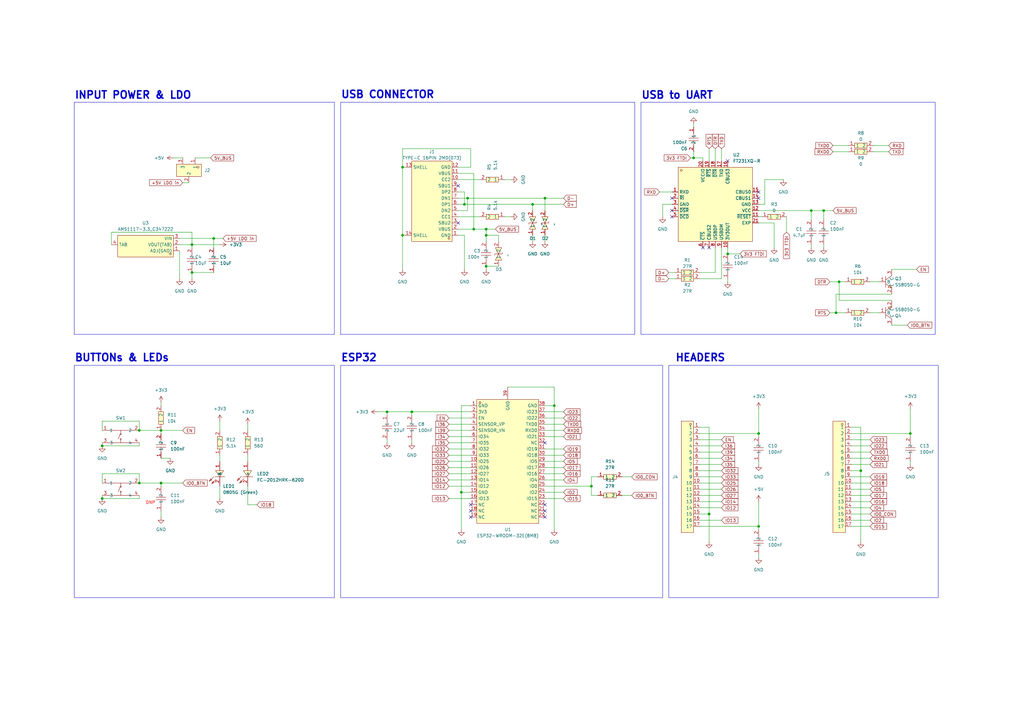
<source format=kicad_sch>
(kicad_sch (version 20230121) (generator eeschema)
  (paper "A3")
  (title_block (title "ESP32 V1.1") (date "2024-10-01") (rev "2") (company "SHElectronic") (comment 2 "By Sherwin Sattar") (comment 4 "ESP32 V1.1 sch"))
  (lib_symbols
    (symbol "easyeda2kicad:0402WGF0000TCE"
      (property "Reference" "R" (at 0 5.08 0))
      (property "Value" "0402WGF0000TCE" (at 0 -5.08 0))
      (symbol "0402WGF0000TCE_0_1"
        (pin input line (at -5.08 0 0) (length 2.54) (name "1") (number "1"))
        (pin input line (at 5.08 0 180) (length 2.54) (name "2") (number "2"))
      )
    )
    (symbol "easyeda2kicad:0402WGF1002TCE"
      (property "Reference" "R" (at 0 5.08 0))
      (property "Value" "0402WGF1002TCE" (at 0 -5.08 0))
      (symbol "0402WGF1002TCE_0_1"
        (pin input line (at -5.08 0 0) (length 2.54) (name "1") (number "1"))
        (pin input line (at 5.08 0 180) (length 2.54) (name "2") (number "2"))
      )
    )
    (symbol "easyeda2kicad:0402WGF5101TCE"
      (property "Reference" "R" (at 0 5.08 0))
      (property "Value" "0402WGF5101TCE" (at 0 -5.08 0))
      (symbol "0402WGF5101TCE_0_1"
        (pin input line (at -5.08 0 0) (length 2.54) (name "1") (number "1"))
        (pin input line (at 5.08 0 180) (length 2.54) (name "2") (number "2"))
      )
    )
    (symbol "easyeda2kicad:0402WGF5600TCE"
      (property "Reference" "R" (at 0 5.08 0))
      (property "Value" "0402WGF5600TCE" (at 0 -5.08 0))
      (symbol "0402WGF5600TCE_0_1"
        (pin input line (at -5.08 0 0) (length 2.54) (name "1") (number "1"))
        (pin input line (at 5.08 0 180) (length 2.54) (name "2") (number "2"))
      )
    )
    (symbol "easyeda2kicad:0805G(Green)"
      (property "Reference" "LED" (at 0 5.08 0))
      (property "Value" "0805G (Green)" (at 0 -5.08 0))
      (symbol "0805G(Green)_0_1"
        (pin unspecified line (at 5.08 0 180) (length 3.81) (name "A") (number "1"))
        (pin unspecified line (at -5.08 0 0) (length 3.81) (name "K") (number "2"))
      )
    )
    (symbol "easyeda2kicad:AMS1117-3.3_C347222"
      (property "Reference" "U" (at 0 7.62 0))
      (property "Value" "AMS1117-3.3_C347222" (at 0 -7.62 0))
      (symbol "AMS1117-3.3_C347222_0_1"
        (pin unspecified line (at -15.24 2.54 0) (length 2.54) (name "ADJ(GND)") (number "1"))
        (pin unspecified line (at -15.24 0 0) (length 2.54) (name "VOUT(TAB)") (number "2"))
        (pin unspecified line (at -15.24 -2.54 0) (length 2.54) (name "VIN") (number "3"))
        (pin unspecified line (at 12.7 0 180) (length 2.54) (name "TAB") (number "4"))
      )
    )
    (symbol "easyeda2kicad:CL05A106MP5NUNC_C315248"
      (property "Reference" "C" (at 0 5.08 0))
      (property "Value" "CL05A106MP5NUNC_C315248" (at 0 -5.08 0))
      (symbol "CL05A106MP5NUNC_C315248_0_1"
        (pin unspecified line (at -5.08 0 0) (length 2.54) (name "1") (number "1"))
        (pin unspecified line (at 5.08 0 180) (length 2.54) (name "2") (number "2"))
      )
    )
    (symbol "easyeda2kicad:CL05A475KP5NRNC"
      (property "Reference" "C" (at 0 10.16 0))
      (property "Value" "CL05A475KP5NRNC" (at 0 -10.16 0))
      (symbol "CL05A475KP5NRNC_0_1"
        (pin unspecified line (at 0 -5.08 90) (length 2.54) (name "1") (number "1"))
        (pin unspecified line (at 0 5.08 270) (length 2.54) (name "2") (number "2"))
      )
    )
    (symbol "easyeda2kicad:CL05B104KO5NNNC"
      (property "Reference" "C" (at 0 5.08 0))
      (property "Value" "CL05B104KO5NNNC" (at 0 -5.08 0))
      (symbol "CL05B104KO5NNNC_0_1"
        (pin unspecified line (at -5.08 0 0) (length 2.54) (name "1") (number "1"))
        (pin unspecified line (at 5.08 0 180) (length 2.54) (name "2") (number "2"))
      )
    )
    (symbol "easyeda2kicad:CL21A226MAYNNNE"
      (property "Reference" "C" (at 0 5.08 0))
      (property "Value" "CL21A226MAYNNNE" (at 0 -5.08 0))
      (symbol "CL21A226MAYNNNE_0_1"
        (pin unspecified line (at -5.08 0 0) (length 2.54) (name "1") (number "1"))
        (pin unspecified line (at 5.08 0 180) (length 2.54) (name "2") (number "2"))
      )
    )
    (symbol "easyeda2kicad:ESP32-WROOM-32E(8MB)"
      (property "Reference" "U" (at 0 38.1 0))
      (property "Value" "ESP32-WROOM-32E(8MB)" (at 0 -25.4 0))
      (symbol "ESP32-WROOM-32E(8MB)_0_1"
        (pin unspecified line (at -15.24 25.4 0) (length 2.54) (name "GND") (number "1"))
        (pin unspecified line (at -15.24 2.54 0) (length 2.54) (name "IO25") (number "10"))
        (pin unspecified line (at -15.24 0 0) (length 2.54) (name "IO26") (number "11"))
        (pin unspecified line (at -15.24 -2.54 0) (length 2.54) (name "IO27") (number "12"))
        (pin unspecified line (at -15.24 -5.08 0) (length 2.54) (name "IO14") (number "13"))
        (pin unspecified line (at -15.24 -7.62 0) (length 2.54) (name "IO12") (number "14"))
        (pin unspecified line (at -15.24 -10.16 0) (length 2.54) (name "GND") (number "15"))
        (pin unspecified line (at -15.24 -12.7 0) (length 2.54) (name "IO13") (number "16"))
        (pin unspecified line (at -15.24 -15.24 0) (length 2.54) (name "NC") (number "17"))
        (pin unspecified line (at -15.24 -17.78 0) (length 2.54) (name "NC") (number "18"))
        (pin unspecified line (at -15.24 -20.32 0) (length 2.54) (name "NC") (number "19"))
        (pin unspecified line (at -15.24 22.86 0) (length 2.54) (name "3V3") (number "2"))
        (pin unspecified line (at 15.24 -20.32 180) (length 2.54) (name "NC") (number "20"))
        (pin unspecified line (at 15.24 -17.78 180) (length 2.54) (name "NC") (number "21"))
        (pin unspecified line (at 15.24 -15.24 180) (length 2.54) (name "NC") (number "22"))
        (pin unspecified line (at 15.24 -12.7 180) (length 2.54) (name "IO15") (number "23"))
        (pin unspecified line (at 15.24 -10.16 180) (length 2.54) (name "IO2") (number "24"))
        (pin unspecified line (at 15.24 -7.62 180) (length 2.54) (name "IO0") (number "25"))
        (pin unspecified line (at 15.24 -5.08 180) (length 2.54) (name "IO4") (number "26"))
        (pin unspecified line (at 15.24 -2.54 180) (length 2.54) (name "IO16") (number "27"))
        (pin unspecified line (at 15.24 0 180) (length 2.54) (name "IO17") (number "28"))
        (pin unspecified line (at 15.24 2.54 180) (length 2.54) (name "IO5") (number "29"))
        (pin unspecified line (at -15.24 20.32 0) (length 2.54) (name "EN") (number "3"))
        (pin unspecified line (at 15.24 5.08 180) (length 2.54) (name "IO18") (number "30"))
        (pin unspecified line (at 15.24 7.62 180) (length 2.54) (name "IO19") (number "31"))
        (pin unspecified line (at 15.24 10.16 180) (length 2.54) (name "NC") (number "32"))
        (pin unspecified line (at 15.24 12.7 180) (length 2.54) (name "IO21") (number "33"))
        (pin unspecified line (at 15.24 15.24 180) (length 2.54) (name "RXD0") (number "34"))
        (pin unspecified line (at 15.24 17.78 180) (length 2.54) (name "TXD0") (number "35"))
        (pin unspecified line (at 15.24 20.32 180) (length 2.54) (name "IO22") (number "36"))
        (pin unspecified line (at 15.24 22.86 180) (length 2.54) (name "IO23") (number "37"))
        (pin unspecified line (at 15.24 25.4 180) (length 2.54) (name "GND") (number "38"))
        (pin unspecified line (at 0 33.02 270) (length 5.08) (name "GND") (number "39"))
        (pin unspecified line (at -15.24 17.78 0) (length 2.54) (name "SENSOR_VP") (number "4"))
        (pin unspecified line (at -15.24 15.24 0) (length 2.54) (name "SENSOR_VN") (number "5"))
        (pin unspecified line (at -15.24 12.7 0) (length 2.54) (name "IO34") (number "6"))
        (pin unspecified line (at -15.24 10.16 0) (length 2.54) (name "IO35") (number "7"))
        (pin unspecified line (at -15.24 7.62 0) (length 2.54) (name "IO32") (number "8"))
        (pin unspecified line (at -15.24 5.08 0) (length 2.54) (name "IO33") (number "9"))
      )
    )
    (symbol "easyeda2kicad:FC-2012HRK-620D"
      (property "Reference" "LED" (at 0 5.08 0))
      (property "Value" "FC-2012HRK-620D" (at 0 -5.08 0))
      (symbol "FC-2012HRK-620D_0_1"
        (pin unspecified line (at 5.08 0 180) (length 3.81) (name "+") (number "1"))
        (pin unspecified line (at -5.08 0 0) (length 3.81) (name "-") (number "2"))
      )
    )
    (symbol "easyeda2kicad:FT231XQ-R"
      (property "Reference" "U" (at 0 22.86 0))
      (property "Value" "FT231XQ-R" (at 0 -22.86 0))
      (symbol "FT231XQ-R_0_1"
        (pin unspecified line (at -17.78 5.08 0) (length 2.54) (name "RXD") (number "1"))
        (pin unspecified line (at 5.08 -17.78 90) (length 2.54) (name "3V3OUT") (number "10"))
        (pin unspecified line (at 17.78 -5.08 180) (length 2.54) (name "~{RESET}") (number "11"))
        (pin unspecified line (at 17.78 -2.54 180) (length 2.54) (name "VCC") (number "12"))
        (pin unspecified line (at 17.78 0 180) (length 2.54) (name "GND") (number "13"))
        (pin unspecified line (at 17.78 2.54 180) (length 2.54) (name "CBUS1") (number "14"))
        (pin unspecified line (at 17.78 5.08 180) (length 2.54) (name "CBUS0") (number "15"))
        (pin unspecified line (at 5.08 17.78 270) (length 2.54) (name "CBUS3") (number "16"))
        (pin unspecified line (at 2.54 17.78 270) (length 2.54) (name "TXD") (number "17"))
        (pin unspecified line (at 0 17.78 270) (length 2.54) (name "~{DTR}") (number "18"))
        (pin unspecified line (at -2.54 17.78 270) (length 2.54) (name "~{RTS}") (number "19"))
        (pin unspecified line (at -17.78 2.54 0) (length 2.54) (name "~{RI}") (number "2"))
        (pin unspecified line (at -5.08 17.78 270) (length 2.54) (name "VCCIO") (number "20"))
        (pin unspecified line (at 17.78 -7.62 180) (length 2.54) (name "EXP") (number "21"))
        (pin unspecified line (at -17.78 0 0) (length 2.54) (name "GND") (number "3"))
        (pin unspecified line (at -17.78 -2.54 0) (length 2.54) (name "~{DSR}") (number "4"))
        (pin unspecified line (at -17.78 -5.08 0) (length 2.54) (name "~{DCD}") (number "5"))
        (pin unspecified line (at -5.08 -17.78 90) (length 2.54) (name "~{CTS}") (number "6"))
        (pin unspecified line (at -2.54 -17.78 90) (length 2.54) (name "CBUS2") (number "7"))
        (pin unspecified line (at 0 -17.78 90) (length 2.54) (name "USBDP") (number "8"))
        (pin unspecified line (at 2.54 -17.78 90) (length 2.54) (name "USBDM") (number "9"))
      )
    )
    (symbol "easyeda2kicad:LESD5D5.0CT1G"
      (property "Reference" "D" (at 0 5.08 0))
      (property "Value" "LESD5D5.0CT1G" (at 0 -5.08 0))
      (symbol "LESD5D5.0CT1G_0_1"
        (pin unspecified line (at -5.08 0 0) (length 2.54) (name "1") (number "1"))
        (pin unspecified line (at 5.08 0 180) (length 2.54) (name "2") (number "2"))
      )
    )
    (symbol "easyeda2kicad:PTS645SH50SMTR92LFS"
      (property "Reference" "SW" (at 0 7.62 0))
      (property "Value" "PTS645SH50SMTR92LFS" (at 0 -7.62 0))
      (symbol "PTS645SH50SMTR92LFS_0_1"
        (pin unspecified line (at -7.62 2.54 0) (length 2.54) (name "1") (number "1"))
        (pin unspecified line (at 7.62 2.54 180) (length 2.54) (name "2") (number "2"))
        (pin unspecified line (at -7.62 -2.54 0) (length 2.54) (name "3") (number "3"))
        (pin unspecified line (at 7.62 -2.54 180) (length 2.54) (name "4") (number "4"))
      )
    )
    (symbol "easyeda2kicad:RC0402FR-0727RL"
      (property "Reference" "R" (at 0 5.08 0))
      (property "Value" "RC0402FR-0727RL" (at 0 -5.08 0))
      (symbol "RC0402FR-0727RL_0_1"
        (pin input line (at -5.08 0 0) (length 2.54) (name "1") (number "1"))
        (pin input line (at 5.08 0 180) (length 2.54) (name "2") (number "2"))
      )
    )
    (symbol "easyeda2kicad:SS8050-G"
      (property "Reference" "Q" (at 0 10.16 0))
      (property "Value" "SS8050-G" (at 0 -10.16 0))
      (symbol "SS8050-G_0_1"
        (pin input line (at -2.54 0 0) (length 2.54) (name "B") (number "1"))
        (pin input line (at 2.54 -5.08 90) (length 2.54) (name "E") (number "2"))
        (pin input line (at 2.54 5.08 270) (length 2.54) (name "C") (number "3"))
      )
    )
    (symbol "easyeda2kicad:TYPE-C16PIN2MD(073)"
      (property "Reference" "USB" (at 0 19.05 0))
      (property "Value" "TYPE-C 16PIN 2MD(073)" (at 0 -19.05 0))
      (symbol "TYPE-C16PIN2MD(073)_0_1"
        (pin unspecified line (at -11.43 13.97 0) (length 2.54) (name "GND") (number "1"))
        (pin unspecified line (at -11.43 -8.89 0) (length 2.54) (name "CC2") (number "10"))
        (pin unspecified line (at -11.43 -11.43 0) (length 2.54) (name "VBUS") (number "11"))
        (pin unspecified line (at -11.43 -13.97 0) (length 2.54) (name "GND") (number "12"))
        (pin unspecified line (at 10.16 -13.97 180) (length 2.54) (name "SHELL") (number "13"))
        (pin unspecified line (at 10.16 13.97 180) (length 2.54) (name "SHELL") (number "14"))
        (pin unspecified line (at -11.43 11.43 0) (length 2.54) (name "VBUS") (number "2"))
        (pin unspecified line (at -11.43 8.89 0) (length 2.54) (name "SBU2") (number "3"))
        (pin unspecified line (at -11.43 6.35 0) (length 2.54) (name "CC1") (number "4"))
        (pin unspecified line (at -11.43 3.81 0) (length 2.54) (name "DN2") (number "5"))
        (pin unspecified line (at -11.43 1.27 0) (length 2.54) (name "DP1") (number "6"))
        (pin unspecified line (at -11.43 -1.27 0) (length 2.54) (name "DN1") (number "7"))
        (pin unspecified line (at -11.43 -3.81 0) (length 2.54) (name "DP2") (number "8"))
        (pin unspecified line (at -11.43 -6.35 0) (length 2.54) (name "SBU1") (number "9"))
      )
    )
    (symbol "easyeda2kicad:X1311WVS-03J-C40D42R2"
      (property "Reference" "H" (at 0 7.62 0))
      (property "Value" "X1311WVS-03J-C40D42R2" (at 0 -7.62 0))
      (symbol "X1311WVS-03J-C40D42R2_0_1"
        (pin unspecified line (at -5.08 2.54 0) (length 2.54) (name "1") (number "1"))
        (pin unspecified line (at 5.08 0 180) (length 2.54) (name "2") (number "2"))
        (pin unspecified line (at -5.08 -2.54 0) (length 2.54) (name "3") (number "3"))
      )
    )
    (symbol "easyeda2kicad:X6511WV-17H-C30D60"
      (property "Reference" "H" (at 0 25.4 0))
      (property "Value" "X6511WV-17H-C30D60" (at 0 -25.4 0))
      (symbol "X6511WV-17H-C30D60_0_1"
        (pin unspecified line (at -5.08 20.32 0) (length 2.54) (name "1") (number "1"))
        (pin unspecified line (at -5.08 -2.54 0) (length 2.54) (name "10") (number "10"))
        (pin unspecified line (at -5.08 -5.08 0) (length 2.54) (name "11") (number "11"))
        (pin unspecified line (at -5.08 -7.62 0) (length 2.54) (name "12") (number "12"))
        (pin unspecified line (at -5.08 -10.16 0) (length 2.54) (name "13") (number "13"))
        (pin unspecified line (at -5.08 -12.7 0) (length 2.54) (name "14") (number "14"))
        (pin unspecified line (at -5.08 -15.24 0) (length 2.54) (name "15") (number "15"))
        (pin unspecified line (at -5.08 -17.78 0) (length 2.54) (name "16") (number "16"))
        (pin unspecified line (at -5.08 -20.32 0) (length 2.54) (name "17") (number "17"))
        (pin unspecified line (at -5.08 17.78 0) (length 2.54) (name "2") (number "2"))
        (pin unspecified line (at -5.08 15.24 0) (length 2.54) (name "3") (number "3"))
        (pin unspecified line (at -5.08 12.7 0) (length 2.54) (name "4") (number "4"))
        (pin unspecified line (at -5.08 10.16 0) (length 2.54) (name "5") (number "5"))
        (pin unspecified line (at -5.08 7.62 0) (length 2.54) (name "6") (number "6"))
        (pin unspecified line (at -5.08 5.08 0) (length 2.54) (name "7") (number "7"))
        (pin unspecified line (at -5.08 2.54 0) (length 2.54) (name "8") (number "8"))
        (pin unspecified line (at -5.08 0 0) (length 2.54) (name "9") (number "9"))
      )
    )
    (symbol "power:+3V3" (power) (pin_names (offset 0))
      (property "Value" "+3V3" (at 0 3.556 0))
      (symbol "+3V3_1_1"
        (pin power_in line (at 0 0 90) (length 0) hide (name "+3V3") (number "1"))
      )
    )
    (symbol "power:+5V" (power) (pin_names (offset 0))
      (property "Value" "+5V" (at 0 3.556 0))
      (symbol "+5V_1_1"
        (pin power_in line (at 0 0 90) (length 0) hide (name "+5V") (number "1"))
      )
    )
    (symbol "power:GND" (power) (pin_names (offset 0))
      (property "Value" "GND" (at 0 -3.81 0))
      (symbol "GND_1_1"
        (pin power_in line (at 0 0 270) (length 0) hide (name "GND") (number "1"))
      )
    )
  )
  (junction (at 223.52 81.28))
  (junction (at 373.38 177.8))
  (junction (at 41.91 182.88))
  (junction (at 158.75 168.91))
  (junction (at 199.39 96.52))
  (junction (at 199.39 93.98))
  (junction (at 194.31 93.98))
  (junction (at 311.15 177.8))
  (junction (at 332.74 86.36))
  (junction (at 57.15 176.53))
  (junction (at 199.39 109.22))
  (junction (at 66.04 198.12))
  (junction (at 298.45 104.14))
  (junction (at 41.91 204.47))
  (junction (at 87.63 97.79))
  (junction (at 227.33 166.37))
  (junction (at 191.77 81.28))
  (junction (at 57.15 198.12))
  (junction (at 190.5 83.82))
  (junction (at 78.74 111.76))
  (junction (at 242.57 199.39))
  (junction (at 311.15 215.9))
  (junction (at 353.06 193.04))
  (junction (at 189.23 201.93))
  (junction (at 337.82 86.36))
  (junction (at 284.48 64.77))
  (junction (at 165.1 68.58))
  (junction (at 66.04 176.53))
  (junction (at 168.91 168.91))
  (junction (at 290.83 210.82))
  (junction (at 78.74 100.33))
  (junction (at 165.1 96.52))
  (junction (at 342.9 128.27))
  (junction (at 344.17 115.57))
  (junction (at 218.44 83.82))
  (no_connect (at 275.59 88.9))
  (no_connect (at 187.96 76.2))
  (no_connect (at 223.52 207.01))
  (no_connect (at 311.15 81.28))
  (no_connect (at 187.96 91.44))
  (no_connect (at 193.04 209.55))
  (no_connect (at 223.52 212.09))
  (no_connect (at 193.04 212.09))
  (no_connect (at 290.83 101.6))
  (no_connect (at 223.52 181.61))
  (no_connect (at 193.04 207.01))
  (no_connect (at 298.45 66.04))
  (no_connect (at 288.29 101.6))
  (no_connect (at 275.59 81.28))
  (no_connect (at 311.15 78.74))
  (no_connect (at 275.59 86.36))
  (no_connect (at 223.52 209.55))
  (wire (pts (xy 287.02 210.82) (xy 290.83 210.82)))
  (wire (pts (xy 287.02 193.04) (xy 295.91 193.04)))
  (wire (pts (xy 349.25 190.5) (xy 356.87 190.5)))
  (wire (pts (xy 242.57 199.39) (xy 242.57 195.58)))
  (wire (pts (xy 365.76 110.49) (xy 375.92 110.49)))
  (wire (pts (xy 349.25 195.58) (xy 356.87 195.58)))
  (wire (pts (xy 287.02 187.96) (xy 295.91 187.96)))
  (wire (pts (xy 283.21 64.77) (xy 284.48 64.77)))
  (wire (pts (xy 290.83 175.26) (xy 290.83 210.82)))
  (wire (pts (xy 165.1 68.58) (xy 165.1 96.52)))
  (wire (pts (xy 184.15 184.15) (xy 193.04 184.15)))
  (wire (pts (xy 311.15 189.23) (xy 311.15 190.5)))
  (wire (pts (xy 223.52 176.53) (xy 231.14 176.53)))
  (wire (pts (xy 349.25 215.9) (xy 356.87 215.9)))
  (wire (pts (xy 190.5 78.74) (xy 190.5 83.82)))
  (wire (pts (xy 168.91 168.91) (xy 158.75 168.91)))
  (wire (pts (xy 191.77 81.28) (xy 223.52 81.28)))
  (wire (pts (xy 41.91 176.53) (xy 41.91 172.72)))
  (wire (pts (xy 356.87 128.27) (xy 360.68 128.27)))
  (wire (pts (xy 274.32 111.76) (xy 276.86 111.76)))
  (wire (pts (xy 295.91 101.6) (xy 295.91 114.3)))
  (wire (pts (xy 287.02 190.5) (xy 295.91 190.5)))
  (wire (pts (xy 78.74 100.33) (xy 90.17 100.33)))
  (wire (pts (xy 57.15 181.61) (xy 57.15 182.88)))
  (wire (pts (xy 168.91 180.34) (xy 168.91 181.61)))
  (wire (pts (xy 349.25 185.42) (xy 356.87 185.42)))
  (wire (pts (xy 154.94 168.91) (xy 158.75 168.91)))
  (wire (pts (xy 87.63 97.79) (xy 91.44 97.79)))
  (wire (pts (xy 284.48 62.23) (xy 284.48 64.77)))
  (wire (pts (xy 41.91 194.31) (xy 57.15 194.31)))
  (wire (pts (xy 270.51 78.74) (xy 275.59 78.74)))
  (wire (pts (xy 227.33 158.75) (xy 227.33 166.37)))
  (wire (pts (xy 199.39 96.52) (xy 204.47 96.52)))
  (wire (pts (xy 41.91 181.61) (xy 41.91 182.88)))
  (wire (pts (xy 373.38 167.64) (xy 373.38 177.8)))
  (wire (pts (xy 271.78 83.82) (xy 271.78 88.9)))
  (wire (pts (xy 332.74 86.36) (xy 337.82 86.36)))
  (wire (pts (xy 311.15 86.36) (xy 332.74 86.36)))
  (wire (pts (xy 190.5 96.52) (xy 187.96 96.52)))
  (wire (pts (xy 274.32 114.3) (xy 276.86 114.3)))
  (wire (pts (xy 80.01 64.77) (xy 86.36 64.77)))
  (wire (pts (xy 187.96 86.36) (xy 191.77 86.36)))
  (wire (pts (xy 184.15 179.07) (xy 193.04 179.07)))
  (wire (pts (xy 321.31 73.66) (xy 313.69 73.66)))
  (wire (pts (xy 66.04 165.1) (xy 66.04 166.37)))
  (wire (pts (xy 349.25 182.88) (xy 356.87 182.88)))
  (wire (pts (xy 290.83 60.96) (xy 290.83 66.04)))
  (wire (pts (xy 223.52 81.28) (xy 231.14 81.28)))
  (wire (pts (xy 295.91 60.96) (xy 295.91 66.04)))
  (wire (pts (xy 349.25 205.74) (xy 356.87 205.74)))
  (wire (pts (xy 193.04 166.37) (xy 189.23 166.37)))
  (wire (pts (xy 317.5 101.6) (xy 317.5 91.44)))
  (wire (pts (xy 189.23 201.93) (xy 189.23 217.17)))
  (wire (pts (xy 199.39 96.52) (xy 199.39 99.06)))
  (wire (pts (xy 349.25 198.12) (xy 356.87 198.12)))
  (wire (pts (xy 101.6 173.99) (xy 101.6 176.53)))
  (wire (pts (xy 287.02 180.34) (xy 295.91 180.34)))
  (wire (pts (xy 73.66 102.87) (xy 73.66 114.3)))
  (wire (pts (xy 293.37 60.96) (xy 293.37 66.04)))
  (wire (pts (xy 223.52 204.47) (xy 231.14 204.47)))
  (wire (pts (xy 78.74 111.76) (xy 87.63 111.76)))
  (wire (pts (xy 223.52 173.99) (xy 231.14 173.99)))
  (wire (pts (xy 187.96 83.82) (xy 190.5 83.82)))
  (wire (pts (xy 57.15 182.88) (xy 41.91 182.88)))
  (wire (pts (xy 66.04 187.96) (xy 69.85 187.96)))
  (wire (pts (xy 66.04 198.12) (xy 74.93 198.12)))
  (wire (pts (xy 356.87 115.57) (xy 360.68 115.57)))
  (wire (pts (xy 223.52 168.91) (xy 231.14 168.91)))
  (wire (pts (xy 353.06 193.04) (xy 353.06 222.25)))
  (wire (pts (xy 223.52 196.85) (xy 231.14 196.85)))
  (wire (pts (xy 187.96 93.98) (xy 194.31 93.98)))
  (wire (pts (xy 365.76 133.35) (xy 372.11 133.35)))
  (wire (pts (xy 184.15 204.47) (xy 193.04 204.47)))
  (wire (pts (xy 189.23 166.37) (xy 189.23 201.93)))
  (wire (pts (xy 57.15 176.53) (xy 66.04 176.53)))
  (wire (pts (xy 358.14 59.69) (xy 364.49 59.69)))
  (wire (pts (xy 223.52 191.77) (xy 231.14 191.77)))
  (wire (pts (xy 165.1 60.96) (xy 165.1 68.58)))
  (wire (pts (xy 57.15 194.31) (xy 57.15 198.12)))
  (wire (pts (xy 337.82 100.33) (xy 337.82 101.6)))
  (wire (pts (xy 166.37 68.58) (xy 165.1 68.58)))
  (wire (pts (xy 190.5 83.82) (xy 218.44 83.82)))
  (wire (pts (xy 187.96 78.74) (xy 190.5 78.74)))
  (wire (pts (xy 349.25 200.66) (xy 356.87 200.66)))
  (wire (pts (xy 337.82 86.36) (xy 337.82 90.17)))
  (wire (pts (xy 287.02 200.66) (xy 295.91 200.66)))
  (wire (pts (xy 199.39 93.98) (xy 203.2 93.98)))
  (wire (pts (xy 284.48 64.77) (xy 288.29 64.77)))
  (wire (pts (xy 311.15 205.74) (xy 311.15 215.9)))
  (wire (pts (xy 87.63 97.79) (xy 87.63 101.6)))
  (wire (pts (xy 341.63 59.69) (xy 347.98 59.69)))
  (wire (pts (xy 298.45 104.14) (xy 303.53 104.14)))
  (wire (pts (xy 184.15 196.85) (xy 193.04 196.85)))
  (wire (pts (xy 184.15 176.53) (xy 193.04 176.53)))
  (wire (pts (xy 255.27 195.58) (xy 259.08 195.58)))
  (wire (pts (xy 90.17 172.72) (xy 90.17 176.53)))
  (wire (pts (xy 293.37 101.6) (xy 293.37 111.76)))
  (wire (pts (xy 57.15 203.2) (xy 57.15 204.47)))
  (wire (pts (xy 193.04 168.91) (xy 168.91 168.91)))
  (wire (pts (xy 365.76 123.19) (xy 344.17 123.19)))
  (wire (pts (xy 287.02 208.28) (xy 295.91 208.28)))
  (wire (pts (xy 223.52 199.39) (xy 242.57 199.39)))
  (wire (pts (xy 287.02 195.58) (xy 295.91 195.58)))
  (wire (pts (xy 349.25 213.36) (xy 356.87 213.36)))
  (wire (pts (xy 287.02 182.88) (xy 295.91 182.88)))
  (wire (pts (xy 311.15 167.64) (xy 311.15 177.8)))
  (wire (pts (xy 332.74 86.36) (xy 332.74 90.17)))
  (wire (pts (xy 41.91 203.2) (xy 41.91 204.47)))
  (wire (pts (xy 218.44 86.36) (xy 218.44 83.82)))
  (wire (pts (xy 311.15 177.8) (xy 311.15 179.07)))
  (wire (pts (xy 349.25 180.34) (xy 356.87 180.34)))
  (wire (pts (xy 287.02 203.2) (xy 295.91 203.2)))
  (wire (pts (xy 287.02 198.12) (xy 295.91 198.12)))
  (wire (pts (xy 223.52 96.52) (xy 223.52 99.06)))
  (wire (pts (xy 66.04 176.53) (xy 74.93 176.53)))
  (wire (pts (xy 189.23 201.93) (xy 193.04 201.93)))
  (wire (pts (xy 74.93 74.93) (xy 77.47 74.93)))
  (wire (pts (xy 223.52 179.07) (xy 231.14 179.07)))
  (wire (pts (xy 187.96 73.66) (xy 196.85 73.66)))
  (wire (pts (xy 349.25 187.96) (xy 356.87 187.96)))
  (wire (pts (xy 71.12 64.77) (xy 74.93 64.77)))
  (wire (pts (xy 101.6 199.39) (xy 101.6 207.01)))
  (wire (pts (xy 223.52 171.45) (xy 231.14 171.45)))
  (wire (pts (xy 184.15 186.69) (xy 193.04 186.69)))
  (wire (pts (xy 190.5 110.49) (xy 190.5 96.52)))
  (wire (pts (xy 187.96 68.58) (xy 193.04 68.58)))
  (wire (pts (xy 90.17 199.39) (xy 90.17 204.47)))
  (wire (pts (xy 287.02 175.26) (xy 290.83 175.26)))
  (wire (pts (xy 223.52 194.31) (xy 231.14 194.31)))
  (wire (pts (xy 287.02 205.74) (xy 295.91 205.74)))
  (wire (pts (xy 358.14 62.23) (xy 364.49 62.23)))
  (wire (pts (xy 184.15 173.99) (xy 193.04 173.99)))
  (wire (pts (xy 344.17 115.57) (xy 346.71 115.57)))
  (wire (pts (xy 340.36 128.27) (xy 342.9 128.27)))
  (wire (pts (xy 194.31 71.12) (xy 194.31 93.98)))
  (wire (pts (xy 271.78 83.82) (xy 275.59 83.82)))
  (wire (pts (xy 57.15 198.12) (xy 66.04 198.12)))
  (wire (pts (xy 66.04 212.09) (xy 66.04 209.55)))
  (wire (pts (xy 287.02 177.8) (xy 311.15 177.8)))
  (wire (pts (xy 187.96 71.12) (xy 194.31 71.12)))
  (wire (pts (xy 208.28 158.75) (xy 227.33 158.75)))
  (wire (pts (xy 298.45 101.6) (xy 298.45 104.14)))
  (wire (pts (xy 223.52 86.36) (xy 223.52 81.28)))
  (wire (pts (xy 66.04 198.12) (xy 66.04 199.39)))
  (wire (pts (xy 184.15 199.39) (xy 193.04 199.39)))
  (wire (pts (xy 207.01 73.66) (xy 209.55 73.66)))
  (wire (pts (xy 223.52 189.23) (xy 231.14 189.23)))
  (wire (pts (xy 166.37 96.52) (xy 165.1 96.52)))
  (wire (pts (xy 57.15 204.47) (xy 41.91 204.47)))
  (wire (pts (xy 287.02 213.36) (xy 295.91 213.36)))
  (wire (pts (xy 218.44 96.52) (xy 218.44 99.06)))
  (wire (pts (xy 287.02 185.42) (xy 295.91 185.42)))
  (wire (pts (xy 223.52 201.93) (xy 231.14 201.93)))
  (wire (pts (xy 227.33 166.37) (xy 227.33 217.17)))
  (wire (pts (xy 158.75 168.91) (xy 158.75 170.18)))
  (wire (pts (xy 341.63 62.23) (xy 347.98 62.23)))
  (wire (pts (xy 78.74 95.25) (xy 78.74 100.33)))
  (wire (pts (xy 344.17 123.19) (xy 344.17 115.57)))
  (wire (pts (xy 349.25 193.04) (xy 353.06 193.04)))
  (wire (pts (xy 73.66 97.79) (xy 87.63 97.79)))
  (wire (pts (xy 184.15 189.23) (xy 193.04 189.23)))
  (wire (pts (xy 245.11 203.2) (xy 242.57 203.2)))
  (wire (pts (xy 218.44 83.82) (xy 231.14 83.82)))
  (wire (pts (xy 349.25 177.8) (xy 373.38 177.8)))
  (wire (pts (xy 349.25 203.2) (xy 356.87 203.2)))
  (wire (pts (xy 199.39 93.98) (xy 199.39 96.52)))
  (wire (pts (xy 311.15 215.9) (xy 311.15 217.17)))
  (wire (pts (xy 287.02 215.9) (xy 311.15 215.9)))
  (wire (pts (xy 105.41 207.01) (xy 101.6 207.01)))
  (wire (pts (xy 204.47 96.52) (xy 204.47 99.06)))
  (wire (pts (xy 287.02 114.3) (xy 295.91 114.3)))
  (wire (pts (xy 184.15 171.45) (xy 193.04 171.45)))
  (wire (pts (xy 194.31 93.98) (xy 199.39 93.98)))
  (wire (pts (xy 373.38 189.23) (xy 373.38 190.5)))
  (wire (pts (xy 191.77 86.36) (xy 191.77 81.28)))
  (wire (pts (xy 373.38 177.8) (xy 373.38 179.07)))
  (wire (pts (xy 184.15 181.61) (xy 193.04 181.61)))
  (wire (pts (xy 242.57 195.58) (xy 245.11 195.58)))
  (wire (pts (xy 45.72 100.33) (xy 45.72 95.25)))
  (wire (pts (xy 311.15 227.33) (xy 311.15 228.6)))
  (wire (pts (xy 337.82 86.36) (xy 341.63 86.36)))
  (wire (pts (xy 317.5 91.44) (xy 311.15 91.44)))
  (wire (pts (xy 223.52 186.69) (xy 231.14 186.69)))
  (wire (pts (xy 255.27 203.2) (xy 259.08 203.2)))
  (wire (pts (xy 322.58 95.25) (xy 322.58 88.9)))
  (wire (pts (xy 288.29 64.77) (xy 288.29 66.04)))
  (wire (pts (xy 207.01 88.9) (xy 209.55 88.9)))
  (wire (pts (xy 45.72 95.25) (xy 78.74 95.25)))
  (wire (pts (xy 242.57 203.2) (xy 242.57 199.39)))
  (wire (pts (xy 193.04 60.96) (xy 165.1 60.96)))
  (wire (pts (xy 353.06 175.26) (xy 353.06 193.04)))
  (wire (pts (xy 223.52 166.37) (xy 227.33 166.37)))
  (wire (pts (xy 340.36 115.57) (xy 344.17 115.57)))
  (wire (pts (xy 66.04 176.53) (xy 66.04 177.8)))
  (wire (pts (xy 199.39 109.22) (xy 199.39 110.49)))
  (wire (pts (xy 284.48 52.07) (xy 284.48 50.8)))
  (wire (pts (xy 90.17 186.69) (xy 90.17 189.23)))
  (wire (pts (xy 158.75 180.34) (xy 158.75 181.61)))
  (wire (pts (xy 349.25 208.28) (xy 356.87 208.28)))
  (wire (pts (xy 332.74 100.33) (xy 332.74 101.6)))
  (wire (pts (xy 187.96 88.9) (xy 196.85 88.9)))
  (wire (pts (xy 193.04 68.58) (xy 193.04 60.96)))
  (wire (pts (xy 101.6 186.69) (xy 101.6 189.23)))
  (wire (pts (xy 349.25 210.82) (xy 356.87 210.82)))
  (wire (pts (xy 41.91 198.12) (xy 41.91 194.31)))
  (wire (pts (xy 41.91 172.72) (xy 57.15 172.72)))
  (wire (pts (xy 342.9 128.27) (xy 346.71 128.27)))
  (wire (pts (xy 349.25 175.26) (xy 353.06 175.26)))
  (wire (pts (xy 184.15 194.31) (xy 193.04 194.31)))
  (wire (pts (xy 187.96 81.28) (xy 191.77 81.28)))
  (wire (pts (xy 313.69 83.82) (xy 311.15 83.82)))
  (wire (pts (xy 78.74 100.33) (xy 78.74 101.6)))
  (wire (pts (xy 298.45 114.3) (xy 298.45 115.57)))
  (wire (pts (xy 168.91 168.91) (xy 168.91 170.18)))
  (wire (pts (xy 342.9 120.65) (xy 342.9 128.27)))
  (wire (pts (xy 311.15 88.9) (xy 312.42 88.9)))
  (wire (pts (xy 57.15 172.72) (xy 57.15 176.53)))
  (wire (pts (xy 73.66 100.33) (xy 78.74 100.33)))
  (wire (pts (xy 290.83 210.82) (xy 290.83 222.25)))
  (wire (pts (xy 199.39 109.22) (xy 204.47 109.22)))
  (wire (pts (xy 184.15 191.77) (xy 193.04 191.77)))
  (wire (pts (xy 365.76 120.65) (xy 342.9 120.65)))
  (wire (pts (xy 313.69 73.66) (xy 313.69 83.82)))
  (wire (pts (xy 165.1 96.52) (xy 165.1 110.49)))
  (wire (pts (xy 78.74 111.76) (xy 78.74 114.3)))
  (wire (pts (xy 223.52 184.15) (xy 231.14 184.15)))
  (wire (pts (xy 287.02 111.76) (xy 293.37 111.76)))
  (rectangle (start 30.48 41.91) (end 137.16 137.16))
  (rectangle (start 274.32 149.86) (end 384.81 245.11))
  (rectangle (start 139.7 41.91) (end 260.35 137.16))
  (rectangle (start 30.48 149.86) (end 137.16 245.11))
  (rectangle (start 139.7 149.86) (end 271.78 245.11))
  (rectangle (start 262.89 41.91) (end 383.54 137.16))
  (text "USB CONNECTOR\n" (at 139.7 40.64 0) (effects (font (size 3 3) bold) (justify left bottom)))
  (text "BUTTONs & LEDs\n" (at 30.48 148.59 0) (effects (font (size 3 3) bold) (justify left bottom)))
  (text "ESP32" (at 139.7 148.59 0) (effects (font (size 3 3) bold) (justify left bottom)))
  (text "INPUT POWER & LDO\n\n" (at 30.48 45.72 0) (effects (font (size 3 3) bold) (justify left bottom)))
  (text "HEADERS" (at 276.86 148.59 0) (effects (font (size 3 3) bold) (justify left bottom)))
  (text "USB to UART\n\n" (at 262.89 45.72 0) (effects (font (size 3 3) bold) (justify left bottom)))
  (text "DNP" (at 59.69 207.01 0) (effects (font (size 1.27 1.27)) (justify left bottom)))
  (global_label "IO0_CON" (shape input) (at 356.87 210.82 0) (property "Intersheetrefs" "${INTERSHEET_REFS}" (effects hide)))
  (global_label "IO22" (shape input) (at 231.14 171.45 0) (property "Intersheetrefs" "${INTERSHEET_REFS}" (effects hide)))
  (global_label "TXD0" (shape input) (at 356.87 185.42 0) (property "Intersheetrefs" "${INTERSHEET_REFS}" (effects hide)))
  (global_label "3V3 FTDI" (shape input) (at 322.58 95.25 270) (property "Intersheetrefs" "${INTERSHEET_REFS}" (effects hide)))
  (global_label "IO0_BTN" (shape input) (at 372.11 133.35 0) (property "Intersheetrefs" "${INTERSHEET_REFS}" (effects hide)))
  (global_label "IO16" (shape input) (at 356.87 205.74 0) (property "Intersheetrefs" "${INTERSHEET_REFS}" (effects hide)))
  (global_label "IO27" (shape input) (at 295.91 203.2 0) (property "Intersheetrefs" "${INTERSHEET_REFS}" (effects hide)))
  (global_label "IO21" (shape input) (at 356.87 190.5 0) (property "Intersheetrefs" "${INTERSHEET_REFS}" (effects hide)))
  (global_label "IO13" (shape input) (at 295.91 213.36 0) (property "Intersheetrefs" "${INTERSHEET_REFS}" (effects hide)))
  (global_label "IO2" (shape input) (at 356.87 213.36 0) (property "Intersheetrefs" "${INTERSHEET_REFS}" (effects hide)))
  (global_label "EN" (shape input) (at 74.93 176.53 0) (property "Intersheetrefs" "${INTERSHEET_REFS}" (effects hide)))
  (global_label "IO0_BTN" (shape input) (at 74.93 198.12 0) (property "Intersheetrefs" "${INTERSHEET_REFS}" (effects hide)))
  (global_label "RTS" (shape input) (at 290.83 60.96 90) (property "Intersheetrefs" "${INTERSHEET_REFS}" (effects hide)))
  (global_label "IO18" (shape input) (at 105.41 207.01 0) (property "Intersheetrefs" "${INTERSHEET_REFS}" (effects hide)))
  (global_label "I35" (shape input) (at 184.15 181.61 180) (property "Intersheetrefs" "${INTERSHEET_REFS}" (effects hide)))
  (global_label "IO27" (shape input) (at 184.15 194.31 180) (property "Intersheetrefs" "${INTERSHEET_REFS}" (effects hide)))
  (global_label "IO0_CON" (shape input) (at 259.08 195.58 0) (property "Intersheetrefs" "${INTERSHEET_REFS}" (effects hide)))
  (global_label "I39" (shape input) (at 295.91 185.42 0) (property "Intersheetrefs" "${INTERSHEET_REFS}" (effects hide)))
  (global_label "IO12" (shape input) (at 184.15 199.39 180) (property "Intersheetrefs" "${INTERSHEET_REFS}" (effects hide)))
  (global_label "IO0_BTN" (shape input) (at 259.08 203.2 0) (property "Intersheetrefs" "${INTERSHEET_REFS}" (effects hide)))
  (global_label "IO4" (shape input) (at 356.87 208.28 0) (property "Intersheetrefs" "${INTERSHEET_REFS}" (effects hide)))
  (global_label "IO5" (shape input) (at 231.14 189.23 0) (property "Intersheetrefs" "${INTERSHEET_REFS}" (effects hide)))
  (global_label "DTR" (shape input) (at 293.37 60.96 90) (property "Intersheetrefs" "${INTERSHEET_REFS}" (effects hide)))
  (global_label "IO4" (shape input) (at 231.14 196.85 0) (property "Intersheetrefs" "${INTERSHEET_REFS}" (effects hide)))
  (global_label "IO15" (shape input) (at 356.87 215.9 0) (property "Intersheetrefs" "${INTERSHEET_REFS}" (effects hide)))
  (global_label "D-" (shape input) (at 231.14 81.28 0) (property "Intersheetrefs" "${INTERSHEET_REFS}" (effects hide)))
  (global_label "3V3 FTDI" (shape input) (at 283.21 64.77 180) (property "Intersheetrefs" "${INTERSHEET_REFS}" (effects hide)))
  (global_label "EN" (shape input) (at 375.92 110.49 0) (property "Intersheetrefs" "${INTERSHEET_REFS}" (effects hide)))
  (global_label "IO32" (shape input) (at 295.91 193.04 0) (property "Intersheetrefs" "${INTERSHEET_REFS}" (effects hide)))
  (global_label "RTS" (shape input) (at 340.36 128.27 180) (property "Intersheetrefs" "${INTERSHEET_REFS}" (effects hide)))
  (global_label "IO23" (shape input) (at 356.87 180.34 0) (property "Intersheetrefs" "${INTERSHEET_REFS}" (effects hide)))
  (global_label "IO14" (shape input) (at 184.15 196.85 180) (property "Intersheetrefs" "${INTERSHEET_REFS}" (effects hide)))
  (global_label "I39" (shape input) (at 184.15 176.53 180) (property "Intersheetrefs" "${INTERSHEET_REFS}" (effects hide)))
  (global_label "I34" (shape input) (at 184.15 179.07 180) (property "Intersheetrefs" "${INTERSHEET_REFS}" (effects hide)))
  (global_label "I36" (shape input) (at 295.91 182.88 0) (property "Intersheetrefs" "${INTERSHEET_REFS}" (effects hide)))
  (global_label "DTR" (shape input) (at 340.36 115.57 180) (property "Intersheetrefs" "${INTERSHEET_REFS}" (effects hide)))
  (global_label "IO13" (shape input) (at 184.15 204.47 180) (property "Intersheetrefs" "${INTERSHEET_REFS}" (effects hide)))
  (global_label "IO23" (shape input) (at 231.14 168.91 0) (property "Intersheetrefs" "${INTERSHEET_REFS}" (effects hide)))
  (global_label "5V_BUS" (shape input) (at 203.2 93.98 0) (property "Intersheetrefs" "${INTERSHEET_REFS}" (effects hide)))
  (global_label "IO32" (shape input) (at 184.15 184.15 180) (property "Intersheetrefs" "${INTERSHEET_REFS}" (effects hide)))
  (global_label "IO18" (shape input) (at 356.87 198.12 0) (property "Intersheetrefs" "${INTERSHEET_REFS}" (effects hide)))
  (global_label "IO25" (shape input) (at 184.15 189.23 180) (property "Intersheetrefs" "${INTERSHEET_REFS}" (effects hide)))
  (global_label "IO22" (shape input) (at 356.87 182.88 0) (property "Intersheetrefs" "${INTERSHEET_REFS}" (effects hide)))
  (global_label "IO26" (shape input) (at 184.15 191.77 180) (property "Intersheetrefs" "${INTERSHEET_REFS}" (effects hide)))
  (global_label "IO5" (shape input) (at 356.87 200.66 0) (property "Intersheetrefs" "${INTERSHEET_REFS}" (effects hide)))
  (global_label "TXD" (shape input) (at 295.91 60.96 90) (property "Intersheetrefs" "${INTERSHEET_REFS}" (effects hide)))
  (global_label "D-" (shape input) (at 274.32 114.3 180) (property "Intersheetrefs" "${INTERSHEET_REFS}" (effects hide)))
  (global_label "IO26" (shape input) (at 295.91 200.66 0) (property "Intersheetrefs" "${INTERSHEET_REFS}" (effects hide)))
  (global_label "RXD0" (shape input) (at 341.63 62.23 180) (property "Intersheetrefs" "${INTERSHEET_REFS}" (effects hide)))
  (global_label "RXD" (shape input) (at 270.51 78.74 180) (property "Intersheetrefs" "${INTERSHEET_REFS}" (effects hide)))
  (global_label "IO33" (shape input) (at 295.91 195.58 0) (property "Intersheetrefs" "${INTERSHEET_REFS}" (effects hide)))
  (global_label "D+" (shape input) (at 231.14 83.82 0) (property "Intersheetrefs" "${INTERSHEET_REFS}" (effects hide)))
  (global_label "+5V LDO in" (shape input) (at 91.44 97.79 0) (property "Intersheetrefs" "${INTERSHEET_REFS}" (effects hide)))
  (global_label "IO18" (shape input) (at 231.14 186.69 0) (property "Intersheetrefs" "${INTERSHEET_REFS}" (effects hide)))
  (global_label "RXD0" (shape input) (at 356.87 187.96 0) (property "Intersheetrefs" "${INTERSHEET_REFS}" (effects hide)))
  (global_label "IO17" (shape input) (at 231.14 191.77 0) (property "Intersheetrefs" "${INTERSHEET_REFS}" (effects hide)))
  (global_label "IO25" (shape input) (at 295.91 198.12 0) (property "Intersheetrefs" "${INTERSHEET_REFS}" (effects hide)))
  (global_label "IO12" (shape input) (at 295.91 208.28 0) (property "Intersheetrefs" "${INTERSHEET_REFS}" (effects hide)))
  (global_label "IO2" (shape input) (at 231.14 201.93 0) (property "Intersheetrefs" "${INTERSHEET_REFS}" (effects hide)))
  (global_label "IO14" (shape input) (at 295.91 205.74 0) (property "Intersheetrefs" "${INTERSHEET_REFS}" (effects hide)))
  (global_label "3V3 FTDI" (shape input) (at 303.53 104.14 0) (property "Intersheetrefs" "${INTERSHEET_REFS}" (effects hide)))
  (global_label "IO19" (shape input) (at 356.87 195.58 0) (property "Intersheetrefs" "${INTERSHEET_REFS}" (effects hide)))
  (global_label "EN" (shape input) (at 295.91 180.34 0) (property "Intersheetrefs" "${INTERSHEET_REFS}" (effects hide)))
  (global_label "IO19" (shape input) (at 231.14 184.15 0) (property "Intersheetrefs" "${INTERSHEET_REFS}" (effects hide)))
  (global_label "IO16" (shape input) (at 231.14 194.31 0) (property "Intersheetrefs" "${INTERSHEET_REFS}" (effects hide)))
  (global_label "IO33" (shape input) (at 184.15 186.69 180) (property "Intersheetrefs" "${INTERSHEET_REFS}" (effects hide)))
  (global_label "TXD0" (shape input) (at 231.14 173.99 0) (property "Intersheetrefs" "${INTERSHEET_REFS}" (effects hide)))
  (global_label "TXD" (shape input) (at 364.49 62.23 0) (property "Intersheetrefs" "${INTERSHEET_REFS}" (effects hide)))
  (global_label "IO15" (shape input) (at 231.14 204.47 0) (property "Intersheetrefs" "${INTERSHEET_REFS}" (effects hide)))
  (global_label "TXD0" (shape input) (at 341.63 59.69 180) (property "Intersheetrefs" "${INTERSHEET_REFS}" (effects hide)))
  (global_label "I35" (shape input) (at 295.91 190.5 0) (property "Intersheetrefs" "${INTERSHEET_REFS}" (effects hide)))
  (global_label "I34" (shape input) (at 295.91 187.96 0) (property "Intersheetrefs" "${INTERSHEET_REFS}" (effects hide)))
  (global_label "IO21" (shape input) (at 231.14 179.07 0) (property "Intersheetrefs" "${INTERSHEET_REFS}" (effects hide)))
  (global_label "D+" (shape input) (at 274.32 111.76 180) (property "Intersheetrefs" "${INTERSHEET_REFS}" (effects hide)))
  (global_label "RXD0" (shape input) (at 231.14 176.53 0) (property "Intersheetrefs" "${INTERSHEET_REFS}" (effects hide)))
  (global_label "+5V LDO in" (shape input) (at 74.93 74.93 180) (property "Intersheetrefs" "${INTERSHEET_REFS}" (effects hide)))
  (global_label "EN" (shape input) (at 184.15 171.45 180) (property "Intersheetrefs" "${INTERSHEET_REFS}" (effects hide)))
  (global_label "5V_BUS" (shape input) (at 341.63 86.36 0) (property "Intersheetrefs" "${INTERSHEET_REFS}" (effects hide)))
  (global_label "5V_BUS" (shape input) (at 86.36 64.77 0) (property "Intersheetrefs" "${INTERSHEET_REFS}" (effects hide)))
  (global_label "IO17" (shape input) (at 356.87 203.2 0) (property "Intersheetrefs" "${INTERSHEET_REFS}" (effects hide)))
  (global_label "I36" (shape input) (at 184.15 173.99 180) (property "Intersheetrefs" "${INTERSHEET_REFS}" (effects hide)))
  (global_label "RXD" (shape input) (at 364.49 59.69 0) (property "Intersheetrefs" "${INTERSHEET_REFS}" (effects hide)))
  (symbol (lib_id "power:+3V3") (at 90.17 100.33 270) (unit 1)
    (property "Reference" "#PWR09" (effects hide))
    (property "Value" "+3V3" (at 93.98 100.33 90) (effects (justify left)))
  )
  (symbol (lib_id "easyeda2kicad:LESD5D5.0CT1G") (at 223.52 91.44 90) (unit 1)
    (property "Reference" "D2" (at 222.25 97.79 90) (effects (justify right)))
    (property "Value" "~" (at 227.33 91.44 0) (effects (justify right)))
    (property "Footprint" "easyeda2kicad:SOD-523_L1.2-W0.8-LS1.6-BI" (effects hide))
    (property "Datasheet" "https://lcsc.com/product-detail/New-Arrivals_Leshan-Radio-LESD5D5-0CT1G_C383211.html" (effects hide))
    (property "LCSC Part" "C383211" (effects hide))
  )
  (symbol (lib_id "power:GND") (at 317.5 101.6 0) (unit 1)
    (property "Reference" "#PWR018" (effects hide))
    (property "Value" "GND" (at 317.5 106.68 0))
  )
  (symbol (lib_id "power:GND") (at 373.38 190.5 0) (unit 1)
    (property "Reference" "#PWR037" (effects hide))
    (property "Value" "GND" (at 373.38 195.58 0))
  )
  (symbol (lib_id "easyeda2kicad:PTS645SH50SMTR92LFS") (at 49.53 200.66 0) (unit 1)
    (property "Reference" "SW2" (at 49.53 193.04 0))
    (property "Value" "PTS645SH50SMTR92LFS" (effects hide))
    (property "Footprint" "easyeda2kicad:KEY-SMD_4P-L6.0-W6.0-P4.50-LS9.0" (effects hide))
    (property "Datasheet" "https://lcsc.com/product-detail/Others_C-K-PTS645SH50SMTR92LFS_C221869.html" (effects hide))
    (property "LCSC Part" "C221869" (effects hide))
  )
  (symbol (lib_id "power:GND") (at 311.15 228.6 0) (unit 1)
    (property "Reference" "#PWR033" (effects hide))
    (property "Value" "GND" (at 311.15 233.68 0))
  )
  (symbol (lib_id "easyeda2kicad:PTS645SH50SMTR92LFS") (at 49.53 179.07 0) (unit 1)
    (property "Reference" "SW1" (at 49.53 171.45 0))
    (property "Value" "PTS645SH50SMTR92LFS" (effects hide))
    (property "Footprint" "easyeda2kicad:KEY-SMD_4P-L6.0-W6.0-P4.50-LS9.0" (effects hide))
    (property "Datasheet" "https://lcsc.com/product-detail/Others_C-K-PTS645SH50SMTR92LFS_C221869.html" (effects hide))
    (property "LCSC Part" "C221869" (effects hide))
  )
  (symbol (lib_id "easyeda2kicad:SS8050-G") (at 363.22 115.57 0) (unit 1)
    (property "Reference" "Q3" (at 367.03 114.3 0) (effects (justify left)))
    (property "Value" "SS8050-G" (at 367.03 116.84 0) (effects (justify left)))
    (property "Footprint" "easyeda2kicad:SOT-23-3_L2.9-W1.3-P1.90-LS2.4-BR" (effects hide))
    (property "Datasheet" "https://lcsc.com/product-detail/Transistors-NPN-PNP_SS8050-L-120-200_C164886.html" (effects hide))
    (property "LCSC Part" "C164886" (effects hide))
  )
  (symbol (lib_id "easyeda2kicad:0402WGF1002TCE") (at 66.04 171.45 90) (unit 1)
    (property "Reference" "R11" (at 68.58 170.18 90) (effects (justify right)))
    (property "Value" "10k" (at 68.58 172.72 90) (effects (justify right)))
    (property "Footprint" "easyeda2kicad:R0402" (effects hide))
    (property "Datasheet" "https://lcsc.com/product-detail/Chip-Resistor-Surface-Mount-UniOhm_10KR-1002-1_C25744.html" (effects hide))
    (property "LCSC Part" "C25744" (effects hide))
  )
  (symbol (lib_id "power:+3V3") (at 101.6 173.99 0) (unit 1)
    (property "Reference" "#PWR012" (effects hide))
    (property "Value" "+3V3" (at 101.6 168.91 0))
  )
  (symbol (lib_id "power:GND") (at 69.85 187.96 0) (unit 1)
    (property "Reference" "#PWR04" (effects hide))
    (property "Value" "GND" (at 69.85 193.04 0))
  )
  (symbol (lib_id "power:GND") (at 284.48 50.8 180) (unit 1)
    (property "Reference" "#PWR049" (effects hide))
    (property "Value" "GND" (at 284.48 45.72 0))
  )
  (symbol (lib_id "power:GND") (at 332.74 101.6 0) (unit 1)
    (property "Reference" "#PWR046" (effects hide))
    (property "Value" "GND" (at 332.74 106.68 0))
  )
  (symbol (lib_id "easyeda2kicad:X1311WVS-03J-C40D42R2") (at 77.47 69.85 270) (unit 1)
    (property "Reference" "J2" (at 83.82 69.85 90) (effects (justify left)))
    (property "Value" "X1311WVS-03J-C40D42R2" (effects hide))
    (property "Footprint" "easyeda2kicad:HDR-SMD_3P-P1.27-V-M-LS4.2_X1311WVS-03J-C40D42R2" (effects hide))
    (property "LCSC Part" "C5243526" (effects hide))
  )
  (symbol (lib_id "power:GND") (at 41.91 204.47 0) (unit 1)
    (property "Reference" "#PWR02" (effects hide))
    (property "Value" "GND" (at 41.91 209.55 0))
  )
  (symbol (lib_id "power:+3V3") (at 311.15 167.64 0) (unit 1)
    (property "Reference" "#PWR030" (effects hide))
    (property "Value" "+3V3" (at 311.15 162.56 0))
  )
  (symbol (lib_id "power:GND") (at 209.55 73.66 90) (unit 1)
    (property "Reference" "#PWR024" (effects hide))
    (property "Value" "GND" (at 214.63 73.66 0))
  )
  (symbol (lib_id "power:GND") (at 298.45 115.57 0) (unit 1)
    (property "Reference" "#PWR048" (effects hide))
    (property "Value" "GND" (at 298.45 120.65 0))
  )
  (symbol (lib_id "power:GND") (at 189.23 217.17 0) (unit 1)
    (property "Reference" "#PWR021" (effects hide))
    (property "Value" "GND" (at 189.23 222.25 0))
  )
  (symbol (lib_id "easyeda2kicad:RC0402FR-0727RL") (at 281.94 111.76 0) (unit 1)
    (property "Reference" "R1" (at 281.94 106.68 0))
    (property "Value" "27R" (at 281.94 109.22 0))
    (property "Footprint" "easyeda2kicad:R0402" (effects hide))
    (property "Datasheet" "https://lcsc.com/product-detail/Chip-Resistor-Surface-Mount_27R-27R0-1_C138021.html" (effects hide))
    (property "LCSC Part" "C138021" (effects hide))
  )
  (symbol (lib_id "power:+5V") (at 311.15 205.74 0) (unit 1)
    (property "Reference" "#PWR032" (effects hide))
    (property "Value" "+5V" (at 311.15 200.66 0))
  )
  (symbol (lib_id "power:GND") (at 168.91 181.61 0) (unit 1)
    (property "Reference" "#PWR017" (effects hide))
    (property "Value" "GND" (at 168.91 186.69 0))
  )
  (symbol (lib_id "power:GND") (at 73.66 114.3 0) (unit 1)
    (property "Reference" "#PWR07" (effects hide))
    (property "Value" "GND" (at 73.66 119.38 0))
  )
  (symbol (lib_id "easyeda2kicad:CL05B104KO5NNNC") (at 66.04 204.47 90) (unit 1)
    (property "Reference" "C11" (at 69.85 203.2 90) (effects (justify right)))
    (property "Value" "100nF" (at 69.85 205.74 90) (effects (justify right)))
    (property "Footprint" "easyeda2kicad:C0402" (effects hide))
    (property "Datasheet" "https://lcsc.com/product-detail/Multilayer-Ceramic-Capacitors-MLCC-SMD-SMT_SAMSUNG_CL05B104KO5NNNC_100nF-104-10-16V_C1525.html" (effects hide))
    (property "LCSC Part" "C1525" (effects hide))
  )
  (symbol (lib_id "power:GND") (at 190.5 110.49 0) (unit 1)
    (property "Reference" "#PWR020" (effects hide))
    (property "Value" "GND" (at 190.5 115.57 0))
  )
  (symbol (lib_id "power:+3V3") (at 154.94 168.91 90) (unit 1)
    (property "Reference" "#PWR015" (effects hide))
    (property "Value" "+3V3" (at 151.13 168.91 90) (effects (justify left)))
  )
  (symbol (lib_id "power:GND") (at 199.39 110.49 0) (unit 1)
    (property "Reference" "#PWR019" (effects hide))
    (property "Value" "GND" (at 199.39 115.57 0))
  )
  (symbol (lib_id "easyeda2kicad:CL05B104KO5NNNC") (at 373.38 184.15 90) (unit 1)
    (property "Reference" "C13" (at 377.19 182.88 90) (effects (justify right)))
    (property "Value" "100nF" (at 377.19 185.42 90) (effects (justify right)))
    (property "Footprint" "easyeda2kicad:C0402" (effects hide))
    (property "Datasheet" "https://lcsc.com/product-detail/Multilayer-Ceramic-Capacitors-MLCC-SMD-SMT_SAMSUNG_CL05B104KO5NNNC_100nF-104-10-16V_C1525.html" (effects hide))
    (property "LCSC Part" "C1525" (effects hide))
  )
  (symbol (lib_id "easyeda2kicad:X6511WV-17H-C30D60") (at 281.94 195.58 0) (mirror y) (unit 1)
    (property "Reference" "J4" (at 278.13 195.58 0) (effects (justify left)))
    (property "Value" "X6511WV-17H-C30D60" (effects hide))
    (property "Footprint" "easyeda2kicad:HDR-TH_17P-P2.54-V-M" (effects hide))
    (property "Datasheet" "https://lcsc.com/product-detail/Pin-Header-Female-Header_XKB-Connectivity-X6511WV-17H-C30D60_C725949.html" (effects hide))
    (property "LCSC Part" "C725949" (effects hide))
  )
  (symbol (lib_id "easyeda2kicad:AMS1117-3.3_C347222") (at 58.42 100.33 180) (unit 1)
    (property "Reference" "U3" (at 59.69 91.44 0))
    (property "Value" "AMS1117-3.3_C347222" (at 59.69 93.98 0))
    (property "Footprint" "easyeda2kicad:SOT-223-4_L6.5-W3.5-P2.30-LS7.0-BR" (effects hide))
    (property "Datasheet" "https://lcsc.com/product-detail/Others_Youtai-Semiconductor-Co-Ltd-AMS1117-3-3_C347222.html" (effects hide))
    (property "LCSC Part" "C347222" (effects hide))
  )
  (symbol (lib_id "easyeda2kicad:CL05A106MP5NUNC_C315248") (at 78.74 106.68 90) (unit 1)
    (property "Reference" "C4" (at 80.01 105.41 90) (effects (justify right)))
    (property "Value" "10uF" (at 80.01 107.95 90) (effects (justify right)))
    (property "Footprint" "easyeda2kicad:C0402" (effects hide))
    (property "Datasheet" "https://lcsc.com" (effects hide))
    (property "LCSC Part" "C315248" (effects hide))
  )
  (symbol (lib_id "power:+3V3") (at 66.04 165.1 0) (unit 1)
    (property "Reference" "#PWR03" (effects hide))
    (property "Value" "+3V3" (at 66.04 160.02 0))
  )
  (symbol (lib_id "easyeda2kicad:0402WGF1002TCE") (at 351.79 128.27 0) (unit 1)
    (property "Reference" "R10" (at 351.79 130.81 0))
    (property "Value" "10k" (at 351.79 133.35 0))
    (property "Footprint" "easyeda2kicad:R0402" (effects hide))
    (property "Datasheet" "https://lcsc.com/product-detail/Chip-Resistor-Surface-Mount-UniOhm_10KR-1002-1_C25744.html" (effects hide))
    (property "LCSC Part" "C25744" (effects hide))
  )
  (symbol (lib_id "power:GND") (at 78.74 114.3 0) (unit 1)
    (property "Reference" "#PWR08" (effects hide))
    (property "Value" "GND" (at 78.74 119.38 0))
  )
  (symbol (lib_id "power:GND") (at 218.44 99.06 0) (unit 1)
    (property "Reference" "#PWR026" (effects hide))
    (property "Value" "GND" (at 218.44 104.14 0))
  )
  (symbol (lib_id "power:GND") (at 311.15 190.5 0) (unit 1)
    (property "Reference" "#PWR031" (effects hide))
    (property "Value" "GND" (at 311.15 195.58 0))
  )
  (symbol (lib_id "easyeda2kicad:CL05B104KO5NNNC") (at 337.82 95.25 90) (unit 1)
    (property "Reference" "C2" (at 340.36 91.44 90) (effects (justify right)))
    (property "Value" "100nF" (at 340.36 93.98 90) (effects (justify right)))
    (property "Footprint" "easyeda2kicad:C0402" (effects hide))
    (property "Datasheet" "https://lcsc.com/product-detail/Multilayer-Ceramic-Capacitors-MLCC-SMD-SMT_SAMSUNG_CL05B104KO5NNNC_100nF-104-10-16V_C1525.html" (effects hide))
    (property "LCSC Part" "C1525" (effects hide))
  )
  (symbol (lib_id "power:+3V3") (at 90.17 172.72 0) (unit 1)
    (property "Reference" "#PWR010" (effects hide))
    (property "Value" "+3V3" (at 90.17 167.64 0))
  )
  (symbol (lib_id "power:+3V3") (at 373.38 167.64 0) (unit 1)
    (property "Reference" "#PWR036" (effects hide))
    (property "Value" "+3V3" (at 373.38 162.56 0))
  )
  (symbol (lib_id "power:GND") (at 165.1 110.49 0) (unit 1)
    (property "Reference" "#PWR025" (effects hide))
    (property "Value" "GND" (at 165.1 115.57 0))
  )
  (symbol (lib_id "power:GND") (at 353.06 222.25 0) (unit 1)
    (property "Reference" "#PWR035" (effects hide))
    (property "Value" "GND" (at 353.06 227.33 0))
  )
  (symbol (lib_id "easyeda2kicad:FT231XQ-R") (at 293.37 83.82 0) (unit 1)
    (property "Reference" "U2" (at 300.6441 63.5 0) (effects (justify left)))
    (property "Value" "FT231XQ-R" (at 300.6441 66.04 0) (effects (justify left)))
    (property "Footprint" "easyeda2kicad:QFN-20_L4.0-W4.0-P0.50-BL-EP2.2" (effects hide))
    (property "Datasheet" "https://lcsc.com/product-detail/USB_FTDI_FT231XQ-R_FT231XQ-R_C132159.html" (effects hide))
    (property "LCSC Part" "C132159" (effects hide))
  )
  (symbol (lib_id "easyeda2kicad:SS8050-G") (at 363.22 128.27 0) (mirror x) (unit 1)
    (property "Reference" "Q4" (at 367.03 129.54 0) (effects (justify left)))
    (property "Value" "SS8050-G" (at 367.03 127 0) (effects (justify left)))
    (property "Footprint" "easyeda2kicad:SOT-23-3_L2.9-W1.3-P1.90-LS2.4-BR" (effects hide))
    (property "Datasheet" "https://lcsc.com/product-detail/Transistors-NPN-PNP_SS8050-L-120-200_C164886.html" (effects hide))
    (property "LCSC Part" "C164886" (effects hide))
  )
  (symbol (lib_id "easyeda2kicad:0402WGF1002TCE") (at 351.79 115.57 0) (unit 1)
    (property "Reference" "R6" (at 351.79 109.22 0))
    (property "Value" "10k" (at 351.79 111.76 0))
    (property "Footprint" "easyeda2kicad:R0402" (effects hide))
    (property "Datasheet" "https://lcsc.com/product-detail/Chip-Resistor-Surface-Mount-UniOhm_10KR-1002-1_C25744.html" (effects hide))
    (property "LCSC Part" "C25744" (effects hide))
  )
  (symbol (lib_id "power:GND") (at 337.82 101.6 0) (unit 1)
    (property "Reference" "#PWR047" (effects hide))
    (property "Value" "GND" (at 337.82 106.68 0))
  )
  (symbol (lib_id "easyeda2kicad:X6511WV-17H-C30D60") (at 344.17 195.58 0) (mirror y) (unit 1)
    (property "Reference" "J5" (at 340.36 194.31 0) (effects (justify left)))
    (property "Value" "X6511WV-17H-C30D60" (effects hide))
    (property "Footprint" "easyeda2kicad:HDR-TH_17P-P2.54-V-M" (effects hide))
    (property "Datasheet" "https://lcsc.com/product-detail/Pin-Header-Female-Header_XKB-Connectivity-X6511WV-17H-C30D60_C725949.html" (effects hide))
    (property "LCSC Part" "C725949" (effects hide))
  )
  (symbol (lib_id "easyeda2kicad:CL05B104KO5NNNC") (at 199.39 104.14 90) (unit 1)
    (property "Reference" "C3" (at 194.31 102.87 90) (effects (justify right)))
    (property "Value" "100n" (at 191.77 105.41 90) (effects (justify right)))
    (property "Footprint" "easyeda2kicad:C0402" (effects hide))
    (property "Datasheet" "https://lcsc.com/product-detail/Multilayer-Ceramic-Capacitors-MLCC-SMD-SMT_SAMSUNG_CL05B104KO5NNNC_100nF-104-10-16V_C1525.html" (effects hide))
    (property "LCSC Part" "C1525" (effects hide))
  )
  (symbol (lib_id "power:GND") (at 223.52 99.06 0) (unit 1)
    (property "Reference" "#PWR027" (effects hide))
    (property "Value" "GND" (at 223.52 104.14 0))
  )
  (symbol (lib_id "easyeda2kicad:RC0402FR-0727RL") (at 250.19 195.58 0) (unit 1)
    (property "Reference" "R14" (at 250.19 189.23 0))
    (property "Value" "27R" (at 250.19 191.77 0))
    (property "Footprint" "easyeda2kicad:R0402" (effects hide))
    (property "Datasheet" "https://lcsc.com/product-detail/Chip-Resistor-Surface-Mount_27R-27R0-1_C138021.html" (effects hide))
    (property "LCSC Part" "C138021" (effects hide))
  )
  (symbol (lib_id "power:GND") (at 209.55 88.9 90) (unit 1)
    (property "Reference" "#PWR022" (effects hide))
    (property "Value" "GND" (at 214.63 88.9 0))
  )
  (symbol (lib_id "easyeda2kicad:LESD5D5.0CT1G") (at 218.44 91.44 90) (unit 1)
    (property "Reference" "D1" (at 217.17 97.79 90) (effects (justify right)))
    (property "Value" "~" (at 222.25 91.44 0) (effects (justify right)))
    (property "Footprint" "easyeda2kicad:SOD-523_L1.2-W0.8-LS1.6-BI" (effects hide))
    (property "Datasheet" "https://lcsc.com/product-detail/New-Arrivals_Leshan-Radio-LESD5D5-0CT1G_C383211.html" (effects hide))
    (property "LCSC Part" "C383211" (effects hide))
  )
  (symbol (lib_id "easyeda2kicad:TYPE-C16PIN2MD(073)") (at 176.53 82.55 180) (unit 1)
    (property "Reference" "J1" (at 177.165 62.23 0))
    (property "Value" "TYPE-C 16PIN 2MD(073)" (at 177.165 64.77 0))
    (property "Footprint" "easyeda2kicad:USB-C-SMD_TYPE-C-6PIN-2MD-073" (effects hide))
    (property "LCSC Part" "C2765186" (effects hide))
  )
  (symbol (lib_id "power:GND") (at 290.83 222.25 0) (unit 1)
    (property "Reference" "#PWR028" (effects hide))
    (property "Value" "GND" (at 290.83 227.33 0))
  )
  (symbol (lib_id "power:GND") (at 321.31 73.66 0) (unit 1)
    (property "Reference" "#PWR014" (effects hide))
    (property "Value" "GND" (at 321.31 78.74 0))
  )
  (symbol (lib_id "power:GND") (at 41.91 182.88 0) (unit 1)
    (property "Reference" "#PWR01" (effects hide))
    (property "Value" "GND" (at 41.91 187.96 0))
  )
  (symbol (lib_id "easyeda2kicad:CL05B104KO5NNNC") (at 311.15 222.25 90) (unit 1)
    (property "Reference" "C12" (at 314.96 220.98 90) (effects (justify right)))
    (property "Value" "100nF" (at 314.96 223.52 90) (effects (justify right)))
    (property "Footprint" "easyeda2kicad:C0402" (effects hide))
    (property "Datasheet" "https://lcsc.com/product-detail/Multilayer-Ceramic-Capacitors-MLCC-SMD-SMT_SAMSUNG_CL05B104KO5NNNC_100nF-104-10-16V_C1525.html" (effects hide))
    (property "LCSC Part" "C1525" (effects hide))
  )
  (symbol (lib_id "easyeda2kicad:0402WGF0000TCE") (at 317.5 88.9 0) (unit 1)
    (property "Reference" "R3" (at 317.5 83.82 0))
    (property "Value" "0" (at 317.5 86.36 0))
    (property "Footprint" "easyeda2kicad:R0402" (effects hide))
    (property "Datasheet" "https://lcsc.com/product-detail/Chip-Resistor-Surface-Mount-UniOhm_0R-0R0-1_C17168.html" (effects hide))
    (property "LCSC Part" "C17168" (effects hide))
  )
  (symbol (lib_id "easyeda2kicad:FC-2012HRK-620D") (at 101.6 194.31 90) (unit 1)
    (property "Reference" "LED2" (at 105.41 194.31 90) (effects (justify right)))
    (property "Value" "FC-2012HRK-620D" (at 105.41 196.85 90) (effects (justify right)))
    (property "Footprint" "easyeda2kicad:LED0805-R-RD" (effects hide))
    (property "Datasheet" "https://lcsc.com/product-detail/Light-Emitting-Diodes-LED_Red-LED-SMDLED-80-180mcd_C84256.html" (effects hide))
    (property "LCSC Part" "C84256" (effects hide))
  )
  (symbol (lib_id "easyeda2kicad:0402WGF0000TCE") (at 353.06 59.69 0) (unit 1)
    (property "Reference" "R8" (at 353.06 54.61 0))
    (property "Value" "0" (at 353.06 57.15 0))
    (property "Footprint" "easyeda2kicad:R0402" (effects hide))
    (property "Datasheet" "https://lcsc.com/product-detail/Chip-Resistor-Surface-Mount-UniOhm_0R-0R0-1_C17168.html" (effects hide))
    (property "LCSC Part" "C17168" (effects hide))
  )
  (symbol (lib_id "easyeda2kicad:RC0402FR-0727RL") (at 281.94 114.3 0) (unit 1)
    (property "Reference" "R2" (at 281.94 116.84 0))
    (property "Value" "27R" (at 281.94 119.38 0))
    (property "Footprint" "easyeda2kicad:R0402" (effects hide))
    (property "Datasheet" "https://lcsc.com/product-detail/Chip-Resistor-Surface-Mount_27R-27R0-1_C138021.html" (effects hide))
    (property "LCSC Part" "C138021" (effects hide))
  )
  (symbol (lib_id "easyeda2kicad:CL21A226MAYNNNE") (at 158.75 175.26 270) (unit 1)
    (property "Reference" "C7" (at 161.29 173.99 90) (effects (justify left)))
    (property "Value" "22uF" (at 161.29 176.53 90) (effects (justify left)))
    (property "Footprint" "easyeda2kicad:C0805" (effects hide))
    (property "Datasheet" "https://lcsc.com/product-detail/Multilayer-Ceramic-Capacitors-MLCC-SMD-SMT_Samsung-Electro-Mechanics-CL21A226MAYNNNE_C602037.html" (effects hide))
    (property "LCSC Part" "C602037" (effects hide))
  )
  (symbol (lib_id "easyeda2kicad:LESD5D5.0CT1G") (at 204.47 104.14 90) (unit 1)
    (property "Reference" "D3" (at 203.2 110.49 90) (effects (justify right)))
    (property "Value" "~" (at 208.28 104.14 0) (effects (justify right)))
    (property "Footprint" "easyeda2kicad:SOD-523_L1.2-W0.8-LS1.6-BI" (effects hide))
    (property "Datasheet" "https://lcsc.com/product-detail/New-Arrivals_Leshan-Radio-LESD5D5-0CT1G_C383211.html" (effects hide))
    (property "LCSC Part" "C383211" (effects hide))
  )
  (symbol (lib_id "power:GND") (at 271.78 88.9 0) (unit 1)
    (property "Reference" "#PWR013" (effects hide))
    (property "Value" "GND" (at 271.78 93.98 0))
  )
  (symbol (lib_id "easyeda2kicad:0402WGF5600TCE") (at 101.6 181.61 90) (unit 1)
    (property "Reference" "R13" (at 104.14 180.34 90) (effects (justify right)))
    (property "Value" "560" (at 104.14 182.88 90) (effects (justify right)))
    (property "Footprint" "easyeda2kicad:R0402" (effects hide))
    (property "Datasheet" "https://lcsc.com/product-detail/Chip-Resistor-Surface-Mount-UniOhm_560R-5600-1_C25126.html" (effects hide))
    (property "LCSC Part" "C25126" (effects hide))
  )
  (symbol (lib_id "easyeda2kicad:ESP32-WROOM-32E(8MB)") (at 208.28 191.77 0) (unit 1)
    (property "Reference" "U1" (at 208.28 217.17 0))
    (property "Value" "ESP32-WROOM-32E(8MB)" (at 208.28 219.71 0))
    (property "Footprint" "easyeda2kicad:WIFI-SMD_ESP32-WROOM-32E" (effects hide))
    (property "Datasheet" "https://lcsc.com/product-detail/WIFI-Modules_Espressif-Systems-ESP32-WROOM-32E-8MB_C701342.html" (effects hide))
    (property "LCSC Part" "C701342" (effects hide))
  )
  (symbol (lib_id "easyeda2kicad:CL05B104KO5NNNC") (at 311.15 184.15 90) (unit 1)
    (property "Reference" "C10" (at 314.96 182.88 90) (effects (justify right)))
    (property "Value" "100nF" (at 314.96 185.42 90) (effects (justify right)))
    (property "Footprint" "easyeda2kicad:C0402" (effects hide))
    (property "Datasheet" "https://lcsc.com/product-detail/Multilayer-Ceramic-Capacitors-MLCC-SMD-SMT_SAMSUNG_CL05B104KO5NNNC_100nF-104-10-16V_C1525.html" (effects hide))
    (property "LCSC Part" "C1525" (effects hide))
  )
  (symbol (lib_id "easyeda2kicad:0402WGF5101TCE") (at 201.93 73.66 180) (unit 1)
    (property "Reference" "R5" (at 200.66 69.85 90) (effects (justify right)))
    (property "Value" "5.1k" (at 203.2 69.85 90) (effects (justify right)))
    (property "Footprint" "easyeda2kicad:R0402" (effects hide))
    (property "Datasheet" "https://lcsc.com/product-detail/Chip-Resistor-Surface-Mount-UniOhm_5-1KR-5101-1_C25905.html" (effects hide))
    (property "LCSC Part" "C25905" (effects hide))
  )
  (symbol (lib_id "power:GND") (at 90.17 204.47 0) (unit 1)
    (property "Reference" "#PWR011" (effects hide))
    (property "Value" "GND" (at 90.17 209.55 0))
  )
  (symbol (lib_id "easyeda2kicad:CL05B104KO5NNNC") (at 66.04 182.88 90) (unit 1)
    (property "Reference" "C9" (at 69.85 181.61 90) (effects (justify right)))
    (property "Value" "100nF" (at 69.85 184.15 90) (effects (justify right)))
    (property "Footprint" "easyeda2kicad:C0402" (effects hide))
    (property "Datasheet" "https://lcsc.com/product-detail/Multilayer-Ceramic-Capacitors-MLCC-SMD-SMT_SAMSUNG_CL05B104KO5NNNC_100nF-104-10-16V_C1525.html" (effects hide))
    (property "LCSC Part" "C1525" (effects hide))
  )
  (symbol (lib_id "easyeda2kicad:0805G(Green)") (at 90.17 194.31 90) (unit 1)
    (property "Reference" "LED1" (at 91.44 199.39 90) (effects (justify right)))
    (property "Value" "0805G (Green)" (at 91.44 201.93 90) (effects (justify right)))
    (property "Footprint" "easyeda2kicad:LED0805-R-RD" (effects hide))
    (property "Datasheet" "https://lcsc.com/product-detail/Light-Emitting-Diodes-LED_Green-0805-Highlighted_C2297.html" (effects hide))
    (property "LCSC Part" "C2297" (effects hide))
  )
  (symbol (lib_id "easyeda2kicad:0402WGF5101TCE") (at 90.17 181.61 90) (unit 1)
    (property "Reference" "R12" (at 92.71 180.34 90) (effects (justify right)))
    (property "Value" "5.1k" (at 92.71 182.88 90) (effects (justify right)))
    (property "Footprint" "easyeda2kicad:R0402" (effects hide))
    (property "Datasheet" "https://lcsc.com/product-detail/Chip-Resistor-Surface-Mount-UniOhm_5-1KR-5101-1_C25905.html" (effects hide))
    (property "LCSC Part" "C25905" (effects hide))
  )
  (symbol (lib_id "easyeda2kicad:CL05B104KO5NNNC") (at 284.48 57.15 270) (unit 1)
    (property "Reference" "C6" (at 281.94 60.96 90) (effects (justify right)))
    (property "Value" "100nF" (at 281.94 58.42 90) (effects (justify right)))
    (property "Footprint" "easyeda2kicad:C0402" (effects hide))
    (property "Datasheet" "https://lcsc.com/product-detail/Multilayer-Ceramic-Capacitors-MLCC-SMD-SMT_SAMSUNG_CL05B104KO5NNNC_100nF-104-10-16V_C1525.html" (effects hide))
    (property "LCSC Part" "C1525" (effects hide))
  )
  (symbol (lib_id "easyeda2kicad:CL05A475KP5NRNC") (at 332.74 95.25 0) (unit 1)
    (property "Reference" "C1" (at 326.39 93.98 0) (effects (justify left)))
    (property "Value" "4.7uF" (at 325.12 96.52 0) (effects (justify left)))
    (property "Footprint" "easyeda2kicad:C0402" (effects hide))
    (property "Datasheet" "https://lcsc.com/product-detail/Others_Samsung-Electro-Mechanics-CL05A475KP5NRNC_C368809.html" (effects hide))
    (property "LCSC Part" "C368809" (effects hide))
  )
  (symbol (lib_id "easyeda2kicad:CL05B104KO5NNNC") (at 298.45 109.22 90) (unit 1)
    (property "Reference" "C14" (at 300.99 105.41 90) (effects (justify right)))
    (property "Value" "100nF" (at 300.99 107.95 90) (effects (justify right)))
    (property "Footprint" "easyeda2kicad:C0402" (effects hide))
    (property "Datasheet" "https://lcsc.com/product-detail/Multilayer-Ceramic-Capacitors-MLCC-SMD-SMT_SAMSUNG_CL05B104KO5NNNC_100nF-104-10-16V_C1525.html" (effects hide))
    (property "LCSC Part" "C1525" (effects hide))
  )
  (symbol (lib_id "power:+5V") (at 71.12 64.77 90) (unit 1)
    (property "Reference" "#PWR05" (effects hide))
    (property "Value" "+5V" (at 67.31 64.77 90) (effects (justify left)))
  )
  (symbol (lib_id "easyeda2kicad:0402WGF0000TCE") (at 353.06 62.23 0) (unit 1)
    (property "Reference" "R9" (at 353.06 64.77 0))
    (property "Value" "0" (at 353.06 67.31 0))
    (property "Footprint" "easyeda2kicad:R0402" (effects hide))
    (property "Datasheet" "https://lcsc.com/product-detail/Chip-Resistor-Surface-Mount-UniOhm_0R-0R0-1_C17168.html" (effects hide))
    (property "LCSC Part" "C17168" (effects hide))
  )
  (symbol (lib_id "power:GND") (at 66.04 212.09 0) (unit 1)
    (property "Reference" "#PWR06" (effects hide))
    (property "Value" "GND" (at 66.04 217.17 0))
  )
  (symbol (lib_id "power:GND") (at 158.75 181.61 0) (unit 1)
    (property "Reference" "#PWR016" (effects hide))
    (property "Value" "GND" (at 158.75 186.69 0))
  )
  (symbol (lib_id "easyeda2kicad:CL05A106MP5NUNC_C315248") (at 87.63 106.68 90) (unit 1)
    (property "Reference" "C5" (at 90.17 105.41 90) (effects (justify right)))
    (property "Value" "10uF" (at 90.17 107.95 90) (effects (justify right)))
    (property "Footprint" "easyeda2kicad:C0402" (effects hide))
    (property "Datasheet" "https://lcsc.com" (effects hide))
    (property "LCSC Part" "C315248" (effects hide))
  )
  (symbol (lib_id "power:GND") (at 227.33 217.17 0) (unit 1)
    (property "Reference" "#PWR023" (effects hide))
    (property "Value" "GND" (at 227.33 222.25 0))
  )
  (symbol (lib_id "easyeda2kicad:0402WGF5101TCE") (at 201.93 88.9 180) (unit 1)
    (property "Reference" "R4" (at 200.66 86.36 90) (effects (justify right)))
    (property "Value" "5.1k" (at 203.2 86.36 90) (effects (justify right)))
    (property "Footprint" "easyeda2kicad:R0402" (effects hide))
    (property "Datasheet" "https://lcsc.com/product-detail/Chip-Resistor-Surface-Mount-UniOhm_5-1KR-5101-1_C25905.html" (effects hide))
    (property "LCSC Part" "C25905" (effects hide))
  )
  (symbol (lib_id "easyeda2kicad:RC0402FR-0727RL") (at 250.19 203.2 0) (unit 1)
    (property "Reference" "R15" (at 250.19 196.85 0))
    (property "Value" "27R" (at 250.19 199.39 0))
    (property "Footprint" "easyeda2kicad:R0402" (effects hide))
    (property "Datasheet" "https://lcsc.com/product-detail/Chip-Resistor-Surface-Mount_27R-27R0-1_C138021.html" (effects hide))
    (property "LCSC Part" "C138021" (effects hide))
  )
  (symbol (lib_id "easyeda2kicad:CL05B104KO5NNNC") (at 168.91 175.26 90) (unit 1)
    (property "Reference" "C8" (at 171.45 173.99 90) (effects (justify right)))
    (property "Value" "100nF" (at 171.45 176.53 90) (effects (justify right)))
    (property "Footprint" "easyeda2kicad:C0402" (effects hide))
    (property "Datasheet" "https://lcsc.com/product-detail/Multilayer-Ceramic-Capacitors-MLCC-SMD-SMT_SAMSUNG_CL05B104KO5NNNC_100nF-104-10-16V_C1525.html" (effects hide))
    (property "LCSC Part" "C1525" (effects hide))
  )
)
</source>
